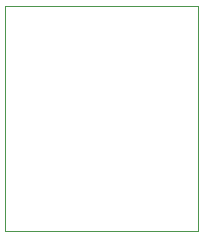
<source format=gbr>
%TF.GenerationSoftware,KiCad,Pcbnew,8.0.4*%
%TF.CreationDate,2024-09-15T22:19:18-03:00*%
%TF.ProjectId,PCBWay-Module_TB67H450FNG,50434257-6179-42d4-9d6f-64756c655f54,rev?*%
%TF.SameCoordinates,Original*%
%TF.FileFunction,Profile,NP*%
%FSLAX46Y46*%
G04 Gerber Fmt 4.6, Leading zero omitted, Abs format (unit mm)*
G04 Created by KiCad (PCBNEW 8.0.4) date 2024-09-15 22:19:18*
%MOMM*%
%LPD*%
G01*
G04 APERTURE LIST*
%TA.AperFunction,Profile*%
%ADD10C,0.100000*%
%TD*%
G04 APERTURE END LIST*
D10*
X104150000Y-102250000D02*
X120450000Y-102250000D01*
X120450000Y-121250000D01*
X104150000Y-121250000D01*
X104150000Y-102250000D01*
M02*

</source>
